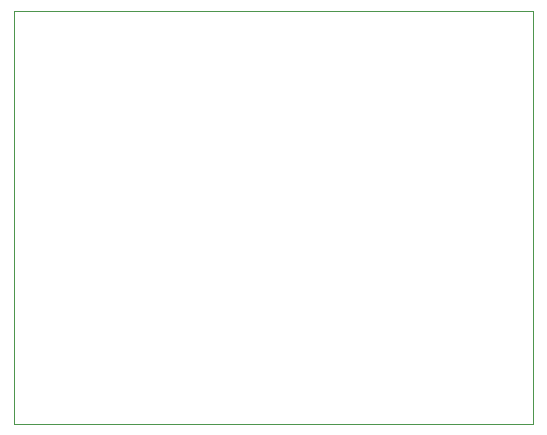
<source format=gbr>
G04 (created by PCBNEW (2013-07-07 BZR 4022)-stable) date 3/23/2015 10:09:48 AM*
%MOIN*%
G04 Gerber Fmt 3.4, Leading zero omitted, Abs format*
%FSLAX34Y34*%
G01*
G70*
G90*
G04 APERTURE LIST*
%ADD10C,0.00590551*%
%ADD11C,0.00393701*%
G04 APERTURE END LIST*
G54D10*
G54D11*
X71259Y-64960D02*
X71259Y-78740D01*
X88582Y-64960D02*
X71259Y-64960D01*
X88582Y-78740D02*
X88582Y-64960D01*
X71259Y-78740D02*
X88582Y-78740D01*
M02*

</source>
